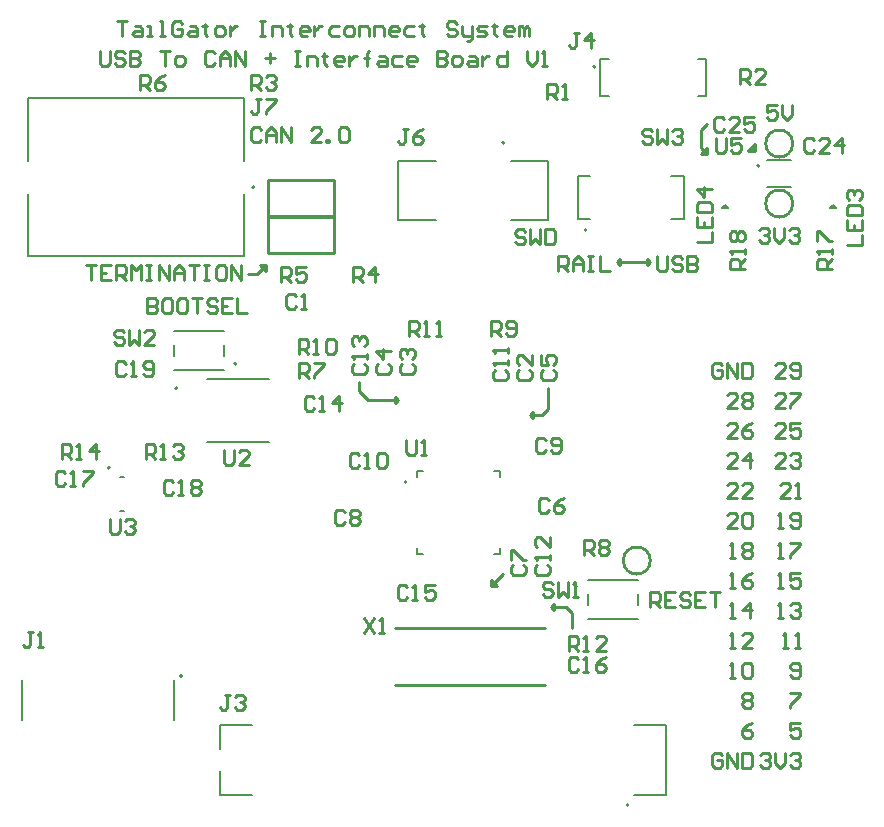
<source format=gto>
G04*
G04 #@! TF.GenerationSoftware,Altium Limited,Altium Designer,24.0.1 (36)*
G04*
G04 Layer_Color=65535*
%FSLAX44Y44*%
%MOMM*%
G71*
G04*
G04 #@! TF.SameCoordinates,4C79C2C8-5DE3-4804-94A9-F395A3FC2A11*
G04*
G04*
G04 #@! TF.FilePolarity,Positive*
G04*
G01*
G75*
%ADD10C,0.2000*%
%ADD11C,0.2540*%
%ADD12C,0.1270*%
%ADD13C,0.3048*%
D10*
X487200Y12800D02*
G03*
X487200Y12800I-1000J0D01*
G01*
X170290Y535950D02*
G03*
X170290Y535950I-1000J0D01*
G01*
X597930Y553870D02*
G03*
X597930Y553870I-1000J0D01*
G01*
X451550Y499550D02*
G03*
X451550Y499550I-1000J0D01*
G01*
X459000Y637650D02*
G03*
X459000Y637650I-1000J0D01*
G01*
X443710Y197690D02*
G03*
X443710Y197690I-1000J0D01*
G01*
X382000Y573590D02*
G03*
X382000Y573590I-1000J0D01*
G01*
X105060Y365760D02*
G03*
X105060Y365760I-1000J0D01*
G01*
X47850Y298300D02*
G03*
X47850Y298300I-1000J0D01*
G01*
X155190Y386510D02*
G03*
X155190Y386510I-1000J0D01*
G01*
X109100Y121950D02*
G03*
X109100Y121950I-1000J0D01*
G01*
X299150Y286350D02*
G03*
X299150Y286350I-1000J0D01*
G01*
X545500Y612850D02*
X552700D01*
Y644450D01*
X545500D02*
X552700D01*
X463300Y612850D02*
X470500D01*
X463300D02*
Y644450D01*
X470500D01*
X102450Y84450D02*
Y118750D01*
X-26250Y84450D02*
X-26250Y118750D01*
D11*
X626110Y521970D02*
G03*
X626110Y521970I-11430J0D01*
G01*
Y572770D02*
G03*
X626110Y572770I-11430J0D01*
G01*
X505460Y219710D02*
G03*
X505460Y219710I-11430J0D01*
G01*
X502920Y469900D02*
X505460Y472440D01*
X502920Y469900D02*
Y474980D01*
X505460Y472440D01*
X477520D02*
X505460D01*
X477520D02*
X480060Y469900D01*
Y474980D01*
X477520Y472440D02*
X480060Y474980D01*
X180340Y464820D02*
Y469900D01*
X175260D02*
X180340Y464820D01*
X175260Y469900D02*
X180340D01*
X172720Y462280D02*
X180340Y469900D01*
X165100Y462280D02*
X172720D01*
X548640Y563880D02*
X553720D01*
X548640D02*
X553720Y568960D01*
Y563880D02*
Y568960D01*
X548640D02*
X553720Y563880D01*
X548640Y568960D02*
Y584200D01*
X553720Y589280D01*
X421640Y180340D02*
X424180Y177800D01*
Y182880D01*
X421640Y180340D02*
X424180Y182880D01*
X421640Y180340D02*
X434340D01*
X439420Y175260D01*
Y162560D02*
Y175260D01*
X370840Y203200D02*
X375920Y198120D01*
X370840D02*
X375920D01*
X370840D02*
Y203200D01*
Y198120D02*
Y203200D01*
Y198120D02*
X381000Y208280D01*
X199390Y511810D02*
X237490D01*
Y542290D01*
X181610D02*
X237490D01*
X181610Y511810D02*
Y542290D01*
Y511810D02*
X199390D01*
X181610Y510540D02*
X219710Y510540D01*
X181610Y480060D02*
Y510540D01*
Y480060D02*
X237490D01*
X237490Y510540D01*
X219710Y510540D02*
X237490Y510540D01*
X352552Y114300D02*
X416052D01*
X289052D02*
X352552D01*
Y162560D02*
X416052D01*
X289052D02*
X352552D01*
X403860Y342900D02*
X406400Y340360D01*
Y345440D01*
X403860Y342900D02*
X406400Y345440D01*
X403860Y342900D02*
X414020D01*
X419100Y347980D01*
Y365760D01*
X289560Y353060D02*
X292100Y355600D01*
X289560Y353060D02*
Y358140D01*
X292100Y355600D01*
X266700D02*
X292100D01*
X259080Y363220D02*
X266700Y355600D01*
X259080Y363220D02*
Y370840D01*
X39220Y651508D02*
Y640928D01*
X41336Y638812D01*
X45568D01*
X47684Y640928D01*
Y651508D01*
X60380Y649392D02*
X58264Y651508D01*
X54032D01*
X51916Y649392D01*
Y647276D01*
X54032Y645160D01*
X58264D01*
X60380Y643044D01*
Y640928D01*
X58264Y638812D01*
X54032D01*
X51916Y640928D01*
X64612Y651508D02*
Y638812D01*
X70959D01*
X73075Y640928D01*
Y643044D01*
X70959Y645160D01*
X64612D01*
X70959D01*
X73075Y647276D01*
Y649392D01*
X70959Y651508D01*
X64612D01*
X90003D02*
X98467D01*
X94235D01*
Y638812D01*
X104815D02*
X109047D01*
X111163Y640928D01*
Y645160D01*
X109047Y647276D01*
X104815D01*
X102699Y645160D01*
Y640928D01*
X104815Y638812D01*
X136555Y649392D02*
X134439Y651508D01*
X130207D01*
X128091Y649392D01*
Y640928D01*
X130207Y638812D01*
X134439D01*
X136555Y640928D01*
X140787Y638812D02*
Y647276D01*
X145019Y651508D01*
X149251Y647276D01*
Y638812D01*
Y645160D01*
X140787D01*
X153483Y638812D02*
Y651508D01*
X161947Y638812D01*
Y651508D01*
X178874Y645160D02*
X187338D01*
X183106Y649392D02*
Y640928D01*
X204266Y651508D02*
X208498D01*
X206382D01*
Y638812D01*
X204266D01*
X208498D01*
X214846D02*
Y647276D01*
X221194D01*
X223310Y645160D01*
Y638812D01*
X229658Y649392D02*
Y647276D01*
X227542D01*
X231774D01*
X229658D01*
Y640928D01*
X231774Y638812D01*
X244470D02*
X240238D01*
X238122Y640928D01*
Y645160D01*
X240238Y647276D01*
X244470D01*
X246586Y645160D01*
Y643044D01*
X238122D01*
X250818Y647276D02*
Y638812D01*
Y643044D01*
X252934Y645160D01*
X255050Y647276D01*
X257166D01*
X265630Y638812D02*
Y649392D01*
Y645160D01*
X263514D01*
X267746D01*
X265630D01*
Y649392D01*
X267746Y651508D01*
X276210Y647276D02*
X280442D01*
X282558Y645160D01*
Y638812D01*
X276210D01*
X274094Y640928D01*
X276210Y643044D01*
X282558D01*
X295253Y647276D02*
X288906D01*
X286789Y645160D01*
Y640928D01*
X288906Y638812D01*
X295253D01*
X305833D02*
X301601D01*
X299485Y640928D01*
Y645160D01*
X301601Y647276D01*
X305833D01*
X307949Y645160D01*
Y643044D01*
X299485D01*
X324877Y651508D02*
Y638812D01*
X331225D01*
X333341Y640928D01*
Y643044D01*
X331225Y645160D01*
X324877D01*
X331225D01*
X333341Y647276D01*
Y649392D01*
X331225Y651508D01*
X324877D01*
X339689Y638812D02*
X343921D01*
X346037Y640928D01*
Y645160D01*
X343921Y647276D01*
X339689D01*
X337573Y645160D01*
Y640928D01*
X339689Y638812D01*
X352385Y647276D02*
X356617D01*
X358733Y645160D01*
Y638812D01*
X352385D01*
X350269Y640928D01*
X352385Y643044D01*
X358733D01*
X362965Y647276D02*
Y638812D01*
Y643044D01*
X365081Y645160D01*
X367197Y647276D01*
X369313D01*
X384125Y651508D02*
Y638812D01*
X377777D01*
X375661Y640928D01*
Y645160D01*
X377777Y647276D01*
X384125D01*
X401053Y651508D02*
Y643044D01*
X405284Y638812D01*
X409516Y643044D01*
Y651508D01*
X413748Y638812D02*
X417980D01*
X415864D01*
Y651508D01*
X413748Y649392D01*
X54032Y676484D02*
X62495D01*
X58264D01*
Y663788D01*
X68843Y672252D02*
X73075D01*
X75191Y670136D01*
Y663788D01*
X68843D01*
X66727Y665904D01*
X68843Y668020D01*
X75191D01*
X79423Y663788D02*
X83655D01*
X81539D01*
Y672252D01*
X79423D01*
X90003Y663788D02*
X94235D01*
X92119D01*
Y676484D01*
X90003D01*
X109047Y674368D02*
X106931Y676484D01*
X102699D01*
X100583Y674368D01*
Y665904D01*
X102699Y663788D01*
X106931D01*
X109047Y665904D01*
Y670136D01*
X104815D01*
X115395Y672252D02*
X119627D01*
X121743Y670136D01*
Y663788D01*
X115395D01*
X113279Y665904D01*
X115395Y668020D01*
X121743D01*
X128091Y674368D02*
Y672252D01*
X125975D01*
X130207D01*
X128091D01*
Y665904D01*
X130207Y663788D01*
X138671D02*
X142903D01*
X145019Y665904D01*
Y670136D01*
X142903Y672252D01*
X138671D01*
X136555Y670136D01*
Y665904D01*
X138671Y663788D01*
X149251Y672252D02*
Y663788D01*
Y668020D01*
X151367Y670136D01*
X153483Y672252D01*
X155599D01*
X174643Y676484D02*
X178874D01*
X176758D01*
Y663788D01*
X174643D01*
X178874D01*
X185222D02*
Y672252D01*
X191570D01*
X193686Y670136D01*
Y663788D01*
X200034Y674368D02*
Y672252D01*
X197918D01*
X202150D01*
X200034D01*
Y665904D01*
X202150Y663788D01*
X214846D02*
X210614D01*
X208498Y665904D01*
Y670136D01*
X210614Y672252D01*
X214846D01*
X216962Y670136D01*
Y668020D01*
X208498D01*
X221194Y672252D02*
Y663788D01*
Y668020D01*
X223310Y670136D01*
X225426Y672252D01*
X227542D01*
X242354D02*
X236006D01*
X233890Y670136D01*
Y665904D01*
X236006Y663788D01*
X242354D01*
X248702D02*
X252934D01*
X255050Y665904D01*
Y670136D01*
X252934Y672252D01*
X248702D01*
X246586Y670136D01*
Y665904D01*
X248702Y663788D01*
X259282D02*
Y672252D01*
X265630D01*
X267746Y670136D01*
Y663788D01*
X271978D02*
Y672252D01*
X278326D01*
X280442Y670136D01*
Y663788D01*
X291021D02*
X286789D01*
X284674Y665904D01*
Y670136D01*
X286789Y672252D01*
X291021D01*
X293137Y670136D01*
Y668020D01*
X284674D01*
X305833Y672252D02*
X299485D01*
X297369Y670136D01*
Y665904D01*
X299485Y663788D01*
X305833D01*
X312181Y674368D02*
Y672252D01*
X310065D01*
X314297D01*
X312181D01*
Y665904D01*
X314297Y663788D01*
X341805Y674368D02*
X339689Y676484D01*
X335457D01*
X333341Y674368D01*
Y672252D01*
X335457Y670136D01*
X339689D01*
X341805Y668020D01*
Y665904D01*
X339689Y663788D01*
X335457D01*
X333341Y665904D01*
X346037Y672252D02*
Y665904D01*
X348153Y663788D01*
X354501D01*
Y661672D01*
X352385Y659556D01*
X350269D01*
X354501Y663788D02*
Y672252D01*
X358733Y663788D02*
X365081D01*
X367197Y665904D01*
X365081Y668020D01*
X360849D01*
X358733Y670136D01*
X360849Y672252D01*
X367197D01*
X373545Y674368D02*
Y672252D01*
X371429D01*
X375661D01*
X373545D01*
Y665904D01*
X375661Y663788D01*
X388357D02*
X384125D01*
X382009Y665904D01*
Y670136D01*
X384125Y672252D01*
X388357D01*
X390473Y670136D01*
Y668020D01*
X382009D01*
X394705Y663788D02*
Y672252D01*
X396820D01*
X398937Y670136D01*
Y663788D01*
Y670136D01*
X401053Y672252D01*
X403168Y670136D01*
Y663788D01*
X27940Y469900D02*
X36404D01*
X32172D01*
Y457204D01*
X49100Y469900D02*
X40636D01*
Y457204D01*
X49100D01*
X40636Y463552D02*
X44868D01*
X53332Y457204D02*
Y469900D01*
X59680D01*
X61796Y467784D01*
Y463552D01*
X59680Y461436D01*
X53332D01*
X57564D02*
X61796Y457204D01*
X66028D02*
Y469900D01*
X70260Y465668D01*
X74492Y469900D01*
Y457204D01*
X78724Y469900D02*
X82956D01*
X80840D01*
Y457204D01*
X78724D01*
X82956D01*
X89304D02*
Y469900D01*
X97767Y457204D01*
Y469900D01*
X101999Y457204D02*
Y465668D01*
X106231Y469900D01*
X110463Y465668D01*
Y457204D01*
Y463552D01*
X101999D01*
X114695Y469900D02*
X123159D01*
X118927D01*
Y457204D01*
X127391Y469900D02*
X131623D01*
X129507D01*
Y457204D01*
X127391D01*
X131623D01*
X144319Y469900D02*
X140087D01*
X137971Y467784D01*
Y459320D01*
X140087Y457204D01*
X144319D01*
X146435Y459320D01*
Y467784D01*
X144319Y469900D01*
X150667Y457204D02*
Y469900D01*
X159131Y457204D01*
Y469900D01*
X176104Y584624D02*
X173988Y586740D01*
X169756D01*
X167640Y584624D01*
Y576160D01*
X169756Y574044D01*
X173988D01*
X176104Y576160D01*
X180336Y574044D02*
Y582508D01*
X184568Y586740D01*
X188800Y582508D01*
Y574044D01*
Y580392D01*
X180336D01*
X193032Y574044D02*
Y586740D01*
X201496Y574044D01*
Y586740D01*
X226887Y574044D02*
X218424D01*
X226887Y582508D01*
Y584624D01*
X224771Y586740D01*
X220539D01*
X218424Y584624D01*
X231119Y574044D02*
Y576160D01*
X233235D01*
Y574044D01*
X231119D01*
X241699Y584624D02*
X243815Y586740D01*
X248047D01*
X250163Y584624D01*
Y576160D01*
X248047Y574044D01*
X243815D01*
X241699Y576160D01*
Y584624D01*
X617648Y146052D02*
X621880D01*
X619764D01*
Y158748D01*
X617648Y156632D01*
X628228Y146052D02*
X632460D01*
X630344D01*
Y158748D01*
X628228Y156632D01*
X566428Y55032D02*
X564312Y57148D01*
X560080D01*
X557964Y55032D01*
Y46568D01*
X560080Y44452D01*
X564312D01*
X566428Y46568D01*
Y50800D01*
X562196D01*
X570660Y44452D02*
Y57148D01*
X579124Y44452D01*
Y57148D01*
X583356D02*
Y44452D01*
X589704D01*
X591820Y46568D01*
Y55032D01*
X589704Y57148D01*
X583356D01*
X623996Y122768D02*
X626112Y120652D01*
X630344D01*
X632460Y122768D01*
Y131232D01*
X630344Y133348D01*
X626112D01*
X623996Y131232D01*
Y129116D01*
X626112Y127000D01*
X632460D01*
X583356Y105832D02*
X585472Y107948D01*
X589704D01*
X591820Y105832D01*
Y103716D01*
X589704Y101600D01*
X591820Y99484D01*
Y97368D01*
X589704Y95252D01*
X585472D01*
X583356Y97368D01*
Y99484D01*
X585472Y101600D01*
X583356Y103716D01*
Y105832D01*
X585472Y101600D02*
X589704D01*
X572776Y120652D02*
X577008D01*
X574892D01*
Y133348D01*
X572776Y131232D01*
X583356D02*
X585472Y133348D01*
X589704D01*
X591820Y131232D01*
Y122768D01*
X589704Y120652D01*
X585472D01*
X583356Y122768D01*
Y131232D01*
X632460Y82548D02*
X623996D01*
Y76200D01*
X628228Y78316D01*
X630344D01*
X632460Y76200D01*
Y71968D01*
X630344Y69852D01*
X626112D01*
X623996Y71968D01*
X591820Y82548D02*
X587588Y80432D01*
X583356Y76200D01*
Y71968D01*
X585472Y69852D01*
X589704D01*
X591820Y71968D01*
Y74084D01*
X589704Y76200D01*
X583356D01*
X623996Y107948D02*
X632460D01*
Y105832D01*
X623996Y97368D01*
Y95252D01*
X613416Y171452D02*
X617648D01*
X615532D01*
Y184148D01*
X613416Y182032D01*
X623996D02*
X626112Y184148D01*
X630344D01*
X632460Y182032D01*
Y179916D01*
X630344Y177800D01*
X628228D01*
X630344D01*
X632460Y175684D01*
Y173568D01*
X630344Y171452D01*
X626112D01*
X623996Y173568D01*
X579124Y247652D02*
X570660D01*
X579124Y256116D01*
Y258232D01*
X577008Y260348D01*
X572776D01*
X570660Y258232D01*
X583356D02*
X585472Y260348D01*
X589704D01*
X591820Y258232D01*
Y249768D01*
X589704Y247652D01*
X585472D01*
X583356Y249768D01*
Y258232D01*
X613416Y222252D02*
X617648D01*
X615532D01*
Y234948D01*
X613416Y232832D01*
X623996Y234948D02*
X632460D01*
Y232832D01*
X623996Y224368D01*
Y222252D01*
X613416Y247652D02*
X617648D01*
X615532D01*
Y260348D01*
X613416Y258232D01*
X623996Y249768D02*
X626112Y247652D01*
X630344D01*
X632460Y249768D01*
Y258232D01*
X630344Y260348D01*
X626112D01*
X623996Y258232D01*
Y256116D01*
X626112Y254000D01*
X632460D01*
X613416Y196852D02*
X617648D01*
X615532D01*
Y209548D01*
X613416Y207432D01*
X632460Y209548D02*
X623996D01*
Y203200D01*
X628228Y205316D01*
X630344D01*
X632460Y203200D01*
Y198968D01*
X630344Y196852D01*
X626112D01*
X623996Y198968D01*
X572776Y196852D02*
X577008D01*
X574892D01*
Y209548D01*
X572776Y207432D01*
X591820Y209548D02*
X587588Y207432D01*
X583356Y203200D01*
Y198968D01*
X585472Y196852D01*
X589704D01*
X591820Y198968D01*
Y201084D01*
X589704Y203200D01*
X583356D01*
X572776Y171452D02*
X577008D01*
X574892D01*
Y184148D01*
X572776Y182032D01*
X589704Y171452D02*
Y184148D01*
X583356Y177800D01*
X591820D01*
X572776Y222252D02*
X577008D01*
X574892D01*
Y234948D01*
X572776Y232832D01*
X583356D02*
X585472Y234948D01*
X589704D01*
X591820Y232832D01*
Y230716D01*
X589704Y228600D01*
X591820Y226484D01*
Y224368D01*
X589704Y222252D01*
X585472D01*
X583356Y224368D01*
Y226484D01*
X585472Y228600D01*
X583356Y230716D01*
Y232832D01*
X585472Y228600D02*
X589704D01*
X572776Y146052D02*
X577008D01*
X574892D01*
Y158748D01*
X572776Y156632D01*
X591820Y146052D02*
X583356D01*
X591820Y154516D01*
Y156632D01*
X589704Y158748D01*
X585472D01*
X583356Y156632D01*
X579124Y323852D02*
X570660D01*
X579124Y332316D01*
Y334432D01*
X577008Y336548D01*
X572776D01*
X570660Y334432D01*
X591820Y336548D02*
X587588Y334432D01*
X583356Y330200D01*
Y325968D01*
X585472Y323852D01*
X589704D01*
X591820Y325968D01*
Y328084D01*
X589704Y330200D01*
X583356D01*
X579124Y349252D02*
X570660D01*
X579124Y357716D01*
Y359832D01*
X577008Y361948D01*
X572776D01*
X570660Y359832D01*
X583356D02*
X585472Y361948D01*
X589704D01*
X591820Y359832D01*
Y357716D01*
X589704Y355600D01*
X591820Y353484D01*
Y351368D01*
X589704Y349252D01*
X585472D01*
X583356Y351368D01*
Y353484D01*
X585472Y355600D01*
X583356Y357716D01*
Y359832D01*
X585472Y355600D02*
X589704D01*
X619764Y323852D02*
X611300D01*
X619764Y332316D01*
Y334432D01*
X617648Y336548D01*
X613416D01*
X611300Y334432D01*
X632460Y336548D02*
X623996D01*
Y330200D01*
X628228Y332316D01*
X630344D01*
X632460Y330200D01*
Y325968D01*
X630344Y323852D01*
X626112D01*
X623996Y325968D01*
X619764Y374652D02*
X611300D01*
X619764Y383116D01*
Y385232D01*
X617648Y387348D01*
X613416D01*
X611300Y385232D01*
X623996Y376768D02*
X626112Y374652D01*
X630344D01*
X632460Y376768D01*
Y385232D01*
X630344Y387348D01*
X626112D01*
X623996Y385232D01*
Y383116D01*
X626112Y381000D01*
X632460D01*
X619764Y298452D02*
X611300D01*
X619764Y306916D01*
Y309032D01*
X617648Y311148D01*
X613416D01*
X611300Y309032D01*
X623996D02*
X626112Y311148D01*
X630344D01*
X632460Y309032D01*
Y306916D01*
X630344Y304800D01*
X628228D01*
X630344D01*
X632460Y302684D01*
Y300568D01*
X630344Y298452D01*
X626112D01*
X623996Y300568D01*
X579124Y298452D02*
X570660D01*
X579124Y306916D01*
Y309032D01*
X577008Y311148D01*
X572776D01*
X570660Y309032D01*
X589704Y298452D02*
Y311148D01*
X583356Y304800D01*
X591820D01*
X579124Y273052D02*
X570660D01*
X579124Y281516D01*
Y283632D01*
X577008Y285748D01*
X572776D01*
X570660Y283632D01*
X591820Y273052D02*
X583356D01*
X591820Y281516D01*
Y283632D01*
X589704Y285748D01*
X585472D01*
X583356Y283632D01*
X623996Y273052D02*
X615532D01*
X623996Y281516D01*
Y283632D01*
X621880Y285748D01*
X617648D01*
X615532Y283632D01*
X628228Y273052D02*
X632460D01*
X630344D01*
Y285748D01*
X628228Y283632D01*
X566428Y385232D02*
X564312Y387348D01*
X560080D01*
X557964Y385232D01*
Y376768D01*
X560080Y374652D01*
X564312D01*
X566428Y376768D01*
Y381000D01*
X562196D01*
X570660Y374652D02*
Y387348D01*
X579124Y374652D01*
Y387348D01*
X583356D02*
Y374652D01*
X589704D01*
X591820Y376768D01*
Y385232D01*
X589704Y387348D01*
X583356D01*
X619764Y349252D02*
X611300D01*
X619764Y357716D01*
Y359832D01*
X617648Y361948D01*
X613416D01*
X611300Y359832D01*
X623996Y361948D02*
X632460D01*
Y359832D01*
X623996Y351368D01*
Y349252D01*
X598604Y55032D02*
X600720Y57148D01*
X604952D01*
X607068Y55032D01*
Y52916D01*
X604952Y50800D01*
X602836D01*
X604952D01*
X607068Y48684D01*
Y46568D01*
X604952Y44452D01*
X600720D01*
X598604Y46568D01*
X611300Y57148D02*
Y48684D01*
X615532Y44452D01*
X619764Y48684D01*
Y57148D01*
X623996Y55032D02*
X626112Y57148D01*
X630344D01*
X632460Y55032D01*
Y52916D01*
X630344Y50800D01*
X628228D01*
X630344D01*
X632460Y48684D01*
Y46568D01*
X630344Y44452D01*
X626112D01*
X623996Y46568D01*
X597752Y499532D02*
X599868Y501648D01*
X604100D01*
X606216Y499532D01*
Y497416D01*
X604100Y495300D01*
X601984D01*
X604100D01*
X606216Y493184D01*
Y491068D01*
X604100Y488952D01*
X599868D01*
X597752Y491068D01*
X610448Y501648D02*
Y493184D01*
X614680Y488952D01*
X618912Y493184D01*
Y501648D01*
X623144Y499532D02*
X625260Y501648D01*
X629492D01*
X631608Y499532D01*
Y497416D01*
X629492Y495300D01*
X627376D01*
X629492D01*
X631608Y493184D01*
Y491068D01*
X629492Y488952D01*
X625260D01*
X623144Y491068D01*
X612564Y605788D02*
X604100D01*
Y599440D01*
X608332Y601556D01*
X610448D01*
X612564Y599440D01*
Y595208D01*
X610448Y593092D01*
X606216D01*
X604100Y595208D01*
X616796Y605788D02*
Y597324D01*
X621028Y593092D01*
X625260Y597324D01*
Y605788D01*
X399624Y498264D02*
X397508Y500380D01*
X393276D01*
X391160Y498264D01*
Y496148D01*
X393276Y494032D01*
X397508D01*
X399624Y491916D01*
Y489800D01*
X397508Y487684D01*
X393276D01*
X391160Y489800D01*
X403856Y500380D02*
Y487684D01*
X408088Y491916D01*
X412320Y487684D01*
Y500380D01*
X416552D02*
Y487684D01*
X422900D01*
X425016Y489800D01*
Y498264D01*
X422900Y500380D01*
X416552D01*
X511392Y477520D02*
Y466940D01*
X513508Y464824D01*
X517740D01*
X519856Y466940D01*
Y477520D01*
X532552Y475404D02*
X530436Y477520D01*
X526204D01*
X524088Y475404D01*
Y473288D01*
X526204Y471172D01*
X530436D01*
X532552Y469056D01*
Y466940D01*
X530436Y464824D01*
X526204D01*
X524088Y466940D01*
X536784Y477520D02*
Y464824D01*
X543132D01*
X545248Y466940D01*
Y469056D01*
X543132Y471172D01*
X536784D01*
X543132D01*
X545248Y473288D01*
Y475404D01*
X543132Y477520D01*
X536784D01*
X427362Y464824D02*
Y477520D01*
X433710D01*
X435826Y475404D01*
Y471172D01*
X433710Y469056D01*
X427362D01*
X431594D02*
X435826Y464824D01*
X440058D02*
Y473288D01*
X444290Y477520D01*
X448522Y473288D01*
Y464824D01*
Y471172D01*
X440058D01*
X452754Y477520D02*
X456986D01*
X454870D01*
Y464824D01*
X452754D01*
X456986D01*
X463334Y477520D02*
Y464824D01*
X471798D01*
X505460Y180340D02*
Y193036D01*
X511808D01*
X513924Y190920D01*
Y186688D01*
X511808Y184572D01*
X505460D01*
X509692D02*
X513924Y180340D01*
X526620Y193036D02*
X518156D01*
Y180340D01*
X526620D01*
X518156Y186688D02*
X522388D01*
X539316Y190920D02*
X537200Y193036D01*
X532968D01*
X530852Y190920D01*
Y188804D01*
X532968Y186688D01*
X537200D01*
X539316Y184572D01*
Y182456D01*
X537200Y180340D01*
X532968D01*
X530852Y182456D01*
X552012Y193036D02*
X543548D01*
Y180340D01*
X552012D01*
X543548Y186688D02*
X547780D01*
X556244Y193036D02*
X564707D01*
X560476D01*
Y180340D01*
X79600Y441956D02*
Y429260D01*
X85948D01*
X88064Y431376D01*
Y433492D01*
X85948Y435608D01*
X79600D01*
X85948D01*
X88064Y437724D01*
Y439840D01*
X85948Y441956D01*
X79600D01*
X98644D02*
X94412D01*
X92296Y439840D01*
Y431376D01*
X94412Y429260D01*
X98644D01*
X100760Y431376D01*
Y439840D01*
X98644Y441956D01*
X111340D02*
X107108D01*
X104992Y439840D01*
Y431376D01*
X107108Y429260D01*
X111340D01*
X113456Y431376D01*
Y439840D01*
X111340Y441956D01*
X117688D02*
X126152D01*
X121920D01*
Y429260D01*
X138848Y439840D02*
X136732Y441956D01*
X132500D01*
X130384Y439840D01*
Y437724D01*
X132500Y435608D01*
X136732D01*
X138848Y433492D01*
Y431376D01*
X136732Y429260D01*
X132500D01*
X130384Y431376D01*
X151544Y441956D02*
X143080D01*
Y429260D01*
X151544D01*
X143080Y435608D02*
X147312D01*
X155776Y441956D02*
Y429260D01*
X164240D01*
X149434Y105914D02*
X145202D01*
X147318D01*
Y95334D01*
X145202Y93218D01*
X143086D01*
X140970Y95334D01*
X153666Y103798D02*
X155782Y105914D01*
X160014D01*
X162130Y103798D01*
Y101682D01*
X160014Y99566D01*
X157898D01*
X160014D01*
X162130Y97450D01*
Y95334D01*
X160014Y93218D01*
X155782D01*
X153666Y95334D01*
X-17190Y159000D02*
X-21422D01*
X-19306D01*
Y148420D01*
X-21422Y146304D01*
X-23538D01*
X-25654Y148420D01*
X-12958Y146304D02*
X-8726D01*
X-10842D01*
Y159000D01*
X-12958Y156884D01*
X263316Y171448D02*
X271780Y158752D01*
Y171448D02*
X263316Y158752D01*
X276012D02*
X280244D01*
X278128D01*
Y171448D01*
X276012Y169332D01*
X560920Y577848D02*
Y567268D01*
X563036Y565152D01*
X567268D01*
X569384Y567268D01*
Y577848D01*
X582080D02*
X573616D01*
Y571500D01*
X577848Y573616D01*
X579964D01*
X582080Y571500D01*
Y567268D01*
X579964Y565152D01*
X575732D01*
X573616Y567268D01*
X47840Y255268D02*
Y244688D01*
X49956Y242572D01*
X54188D01*
X56304Y244688D01*
Y255268D01*
X60536Y253152D02*
X62652Y255268D01*
X66884D01*
X69000Y253152D01*
Y251036D01*
X66884Y248920D01*
X64768D01*
X66884D01*
X69000Y246804D01*
Y244688D01*
X66884Y242572D01*
X62652D01*
X60536Y244688D01*
X144360Y313688D02*
Y303108D01*
X146476Y300992D01*
X150708D01*
X152824Y303108D01*
Y313688D01*
X165520Y300992D02*
X157056D01*
X165520Y309456D01*
Y311572D01*
X163404Y313688D01*
X159172D01*
X157056Y311572D01*
X298704Y322068D02*
Y311488D01*
X300820Y309372D01*
X305052D01*
X307168Y311488D01*
Y322068D01*
X311400Y309372D02*
X315632D01*
X313516D01*
Y322068D01*
X311400Y319952D01*
X60116Y413172D02*
X58000Y415288D01*
X53768D01*
X51652Y413172D01*
Y411056D01*
X53768Y408940D01*
X58000D01*
X60116Y406824D01*
Y404708D01*
X58000Y402592D01*
X53768D01*
X51652Y404708D01*
X64348Y415288D02*
Y402592D01*
X68580Y406824D01*
X72812Y402592D01*
Y415288D01*
X85508Y402592D02*
X77044D01*
X85508Y411056D01*
Y413172D01*
X83392Y415288D01*
X79160D01*
X77044Y413172D01*
X422912Y199812D02*
X420796Y201928D01*
X416564D01*
X414448Y199812D01*
Y197696D01*
X416564Y195580D01*
X420796D01*
X422912Y193464D01*
Y191348D01*
X420796Y189232D01*
X416564D01*
X414448Y191348D01*
X427144Y201928D02*
Y189232D01*
X431376Y193464D01*
X435608Y189232D01*
Y201928D01*
X439840Y189232D02*
X444072D01*
X441956D01*
Y201928D01*
X439840Y199812D01*
X585468Y466730D02*
X572772D01*
Y473078D01*
X574888Y475194D01*
X579120D01*
X581236Y473078D01*
Y466730D01*
Y470962D02*
X585468Y475194D01*
Y479426D02*
Y483658D01*
Y481542D01*
X572772D01*
X574888Y479426D01*
Y490006D02*
X572772Y492122D01*
Y496354D01*
X574888Y498470D01*
X577004D01*
X579120Y496354D01*
X581236Y498470D01*
X583352D01*
X585468Y496354D01*
Y492122D01*
X583352Y490006D01*
X581236D01*
X579120Y492122D01*
X577004Y490006D01*
X574888D01*
X579120Y492122D02*
Y496354D01*
X659128Y466730D02*
X646432D01*
Y473078D01*
X648548Y475194D01*
X652780D01*
X654896Y473078D01*
Y466730D01*
Y470962D02*
X659128Y475194D01*
Y479426D02*
Y483658D01*
Y481542D01*
X646432D01*
X648548Y479426D01*
X646432Y490006D02*
Y498470D01*
X648548D01*
X657012Y490006D01*
X659128D01*
X6990Y306072D02*
Y318768D01*
X13338D01*
X15454Y316652D01*
Y312420D01*
X13338Y310304D01*
X6990D01*
X11222D02*
X15454Y306072D01*
X19686D02*
X23918D01*
X21802D01*
Y318768D01*
X19686Y316652D01*
X36614Y306072D02*
Y318768D01*
X30266Y312420D01*
X38730D01*
X78110Y306072D02*
Y318768D01*
X84458D01*
X86574Y316652D01*
Y312420D01*
X84458Y310304D01*
X78110D01*
X82342D02*
X86574Y306072D01*
X90806D02*
X95038D01*
X92922D01*
Y318768D01*
X90806Y316652D01*
X101386D02*
X103502Y318768D01*
X107734D01*
X109850Y316652D01*
Y314536D01*
X107734Y312420D01*
X105618D01*
X107734D01*
X109850Y310304D01*
Y308188D01*
X107734Y306072D01*
X103502D01*
X101386Y308188D01*
X436250Y143512D02*
Y156208D01*
X442598D01*
X444714Y154092D01*
Y149860D01*
X442598Y147744D01*
X436250D01*
X440482D02*
X444714Y143512D01*
X448946D02*
X453178D01*
X451062D01*
Y156208D01*
X448946Y154092D01*
X467990Y143512D02*
X459526D01*
X467990Y151976D01*
Y154092D01*
X465874Y156208D01*
X461642D01*
X459526Y154092D01*
X301206Y410212D02*
Y422908D01*
X307554D01*
X309670Y420792D01*
Y416560D01*
X307554Y414444D01*
X301206D01*
X305438D02*
X309670Y410212D01*
X313902D02*
X318134D01*
X316018D01*
Y422908D01*
X313902Y420792D01*
X324482Y410212D02*
X328714D01*
X326598D01*
Y422908D01*
X324482Y420792D01*
X207650Y394972D02*
Y407668D01*
X213998D01*
X216114Y405552D01*
Y401320D01*
X213998Y399204D01*
X207650D01*
X211882D02*
X216114Y394972D01*
X220346D02*
X224578D01*
X222462D01*
Y407668D01*
X220346Y405552D01*
X230926D02*
X233042Y407668D01*
X237274D01*
X239390Y405552D01*
Y397088D01*
X237274Y394972D01*
X233042D01*
X230926Y397088D01*
Y405552D01*
X370420Y410212D02*
Y422908D01*
X376768D01*
X378884Y420792D01*
Y416560D01*
X376768Y414444D01*
X370420D01*
X374652D02*
X378884Y410212D01*
X383116Y412328D02*
X385232Y410212D01*
X389464D01*
X391580Y412328D01*
Y420792D01*
X389464Y422908D01*
X385232D01*
X383116Y420792D01*
Y418676D01*
X385232Y416560D01*
X391580D01*
X449160Y224792D02*
Y237488D01*
X455508D01*
X457624Y235372D01*
Y231140D01*
X455508Y229024D01*
X449160D01*
X453392D02*
X457624Y224792D01*
X461856Y235372D02*
X463972Y237488D01*
X468204D01*
X470320Y235372D01*
Y233256D01*
X468204Y231140D01*
X470320Y229024D01*
Y226908D01*
X468204Y224792D01*
X463972D01*
X461856Y226908D01*
Y229024D01*
X463972Y231140D01*
X461856Y233256D01*
Y235372D01*
X463972Y231140D02*
X468204D01*
X207860Y374652D02*
Y387348D01*
X214208D01*
X216324Y385232D01*
Y381000D01*
X214208Y378884D01*
X207860D01*
X212092D02*
X216324Y374652D01*
X220556Y387348D02*
X229020D01*
Y385232D01*
X220556Y376768D01*
Y374652D01*
X73240Y618492D02*
Y631188D01*
X79588D01*
X81704Y629072D01*
Y624840D01*
X79588Y622724D01*
X73240D01*
X77472D02*
X81704Y618492D01*
X94400Y631188D02*
X90168Y629072D01*
X85936Y624840D01*
Y620608D01*
X88052Y618492D01*
X92284D01*
X94400Y620608D01*
Y622724D01*
X92284Y624840D01*
X85936D01*
X192620Y455932D02*
Y468628D01*
X198968D01*
X201084Y466512D01*
Y462280D01*
X198968Y460164D01*
X192620D01*
X196852D02*
X201084Y455932D01*
X213780Y468628D02*
X205316D01*
Y462280D01*
X209548Y464396D01*
X211664D01*
X213780Y462280D01*
Y458048D01*
X211664Y455932D01*
X207432D01*
X205316Y458048D01*
X253580Y455932D02*
Y468628D01*
X259928D01*
X262044Y466512D01*
Y462280D01*
X259928Y460164D01*
X253580D01*
X257812D02*
X262044Y455932D01*
X272624D02*
Y468628D01*
X266276Y462280D01*
X274740D01*
X167220Y618492D02*
Y631188D01*
X173568D01*
X175684Y629072D01*
Y624840D01*
X173568Y622724D01*
X167220D01*
X171452D02*
X175684Y618492D01*
X179916Y629072D02*
X182032Y631188D01*
X186264D01*
X188380Y629072D01*
Y626956D01*
X186264Y624840D01*
X184148D01*
X186264D01*
X188380Y622724D01*
Y620608D01*
X186264Y618492D01*
X182032D01*
X179916Y620608D01*
X581240Y623572D02*
Y636268D01*
X587588D01*
X589704Y634152D01*
Y629920D01*
X587588Y627804D01*
X581240D01*
X585472D02*
X589704Y623572D01*
X602400D02*
X593936D01*
X602400Y632036D01*
Y634152D01*
X600284Y636268D01*
X596052D01*
X593936Y634152D01*
X418256Y610872D02*
Y623568D01*
X424604D01*
X426720Y621452D01*
Y617220D01*
X424604Y615104D01*
X418256D01*
X422488D02*
X426720Y610872D01*
X430952D02*
X435184D01*
X433068D01*
Y623568D01*
X430952Y621452D01*
X544832Y489804D02*
X557528D01*
Y498268D01*
X544832Y510964D02*
Y502500D01*
X557528D01*
Y510964D01*
X551180Y502500D02*
Y506732D01*
X544832Y515196D02*
X557528D01*
Y521544D01*
X555412Y523660D01*
X546948D01*
X544832Y521544D01*
Y515196D01*
X557528Y534240D02*
X544832D01*
X551180Y527892D01*
Y536356D01*
X671832Y487264D02*
X684528D01*
Y495728D01*
X671832Y508424D02*
Y499960D01*
X684528D01*
Y508424D01*
X678180Y499960D02*
Y504192D01*
X671832Y512656D02*
X684528D01*
Y519004D01*
X682412Y521120D01*
X673948D01*
X671832Y519004D01*
Y512656D01*
X673948Y525352D02*
X671832Y527468D01*
Y531700D01*
X673948Y533816D01*
X676064D01*
X678180Y531700D01*
Y529584D01*
Y531700D01*
X680296Y533816D01*
X682412D01*
X684528Y531700D01*
Y527468D01*
X682412Y525352D01*
X568116Y593512D02*
X566000Y595628D01*
X561768D01*
X559652Y593512D01*
Y585048D01*
X561768Y582932D01*
X566000D01*
X568116Y585048D01*
X580812Y582932D02*
X572348D01*
X580812Y591396D01*
Y593512D01*
X578696Y595628D01*
X574464D01*
X572348Y593512D01*
X593508Y595628D02*
X585044D01*
Y589280D01*
X589276Y591396D01*
X591392D01*
X593508Y589280D01*
Y585048D01*
X591392Y582932D01*
X587160D01*
X585044Y585048D01*
X644316Y575732D02*
X642200Y577848D01*
X637968D01*
X635852Y575732D01*
Y567268D01*
X637968Y565152D01*
X642200D01*
X644316Y567268D01*
X657012Y565152D02*
X648548D01*
X657012Y573616D01*
Y575732D01*
X654896Y577848D01*
X650664D01*
X648548Y575732D01*
X667592Y565152D02*
Y577848D01*
X661244Y571500D01*
X669708D01*
X61550Y386246D02*
X59434Y388362D01*
X55202D01*
X53086Y386246D01*
Y377782D01*
X55202Y375666D01*
X59434D01*
X61550Y377782D01*
X65782Y375666D02*
X70014D01*
X67898D01*
Y388362D01*
X65782Y386246D01*
X76362Y377782D02*
X78478Y375666D01*
X82710D01*
X84826Y377782D01*
Y386246D01*
X82710Y388362D01*
X78478D01*
X76362Y386246D01*
Y384130D01*
X78478Y382014D01*
X84826D01*
X101814Y286172D02*
X99698Y288288D01*
X95466D01*
X93350Y286172D01*
Y277708D01*
X95466Y275592D01*
X99698D01*
X101814Y277708D01*
X106046Y275592D02*
X110278D01*
X108162D01*
Y288288D01*
X106046Y286172D01*
X116626D02*
X118742Y288288D01*
X122974D01*
X125090Y286172D01*
Y284056D01*
X122974Y281940D01*
X125090Y279824D01*
Y277708D01*
X122974Y275592D01*
X118742D01*
X116626Y277708D01*
Y279824D01*
X118742Y281940D01*
X116626Y284056D01*
Y286172D01*
X118742Y281940D02*
X122974D01*
X10374Y293792D02*
X8258Y295908D01*
X4026D01*
X1910Y293792D01*
Y285328D01*
X4026Y283212D01*
X8258D01*
X10374Y285328D01*
X14606Y283212D02*
X18838D01*
X16722D01*
Y295908D01*
X14606Y293792D01*
X25186Y295908D02*
X33650D01*
Y293792D01*
X25186Y285328D01*
Y283212D01*
X444714Y136312D02*
X442598Y138428D01*
X438366D01*
X436250Y136312D01*
Y127848D01*
X438366Y125732D01*
X442598D01*
X444714Y127848D01*
X448946Y125732D02*
X453178D01*
X451062D01*
Y138428D01*
X448946Y136312D01*
X467990Y138428D02*
X463758Y136312D01*
X459526Y132080D01*
Y127848D01*
X461642Y125732D01*
X465874D01*
X467990Y127848D01*
Y129964D01*
X465874Y132080D01*
X459526D01*
X299934Y197272D02*
X297818Y199388D01*
X293586D01*
X291470Y197272D01*
Y188808D01*
X293586Y186692D01*
X297818D01*
X299934Y188808D01*
X304166Y186692D02*
X308398D01*
X306282D01*
Y199388D01*
X304166Y197272D01*
X323210Y199388D02*
X314746D01*
Y193040D01*
X318978Y195156D01*
X321094D01*
X323210Y193040D01*
Y188808D01*
X321094Y186692D01*
X316862D01*
X314746Y188808D01*
X221194Y357292D02*
X219078Y359408D01*
X214846D01*
X212730Y357292D01*
Y348828D01*
X214846Y346712D01*
X219078D01*
X221194Y348828D01*
X225426Y346712D02*
X229658D01*
X227542D01*
Y359408D01*
X225426Y357292D01*
X242354Y346712D02*
Y359408D01*
X236006Y353060D01*
X244470D01*
X254848Y386294D02*
X252732Y384178D01*
Y379946D01*
X254848Y377830D01*
X263312D01*
X265428Y379946D01*
Y384178D01*
X263312Y386294D01*
X265428Y390526D02*
Y394758D01*
Y392642D01*
X252732D01*
X254848Y390526D01*
Y401106D02*
X252732Y403222D01*
Y407454D01*
X254848Y409570D01*
X256964D01*
X259080Y407454D01*
Y405338D01*
Y407454D01*
X261196Y409570D01*
X263312D01*
X265428Y407454D01*
Y403222D01*
X263312Y401106D01*
X409788Y216114D02*
X407672Y213998D01*
Y209766D01*
X409788Y207650D01*
X418252D01*
X420368Y209766D01*
Y213998D01*
X418252Y216114D01*
X420368Y220346D02*
Y224578D01*
Y222462D01*
X407672D01*
X409788Y220346D01*
X420368Y239390D02*
Y230926D01*
X411904Y239390D01*
X409788D01*
X407672Y237274D01*
Y233042D01*
X409788Y230926D01*
X374228Y380790D02*
X372112Y378674D01*
Y374442D01*
X374228Y372326D01*
X382692D01*
X384808Y374442D01*
Y378674D01*
X382692Y380790D01*
X384808Y385022D02*
Y389254D01*
Y387138D01*
X372112D01*
X374228Y385022D01*
X384808Y395602D02*
Y399834D01*
Y397718D01*
X372112D01*
X374228Y395602D01*
X259294Y309032D02*
X257178Y311148D01*
X252946D01*
X250830Y309032D01*
Y300568D01*
X252946Y298452D01*
X257178D01*
X259294Y300568D01*
X263526Y298452D02*
X267758D01*
X265642D01*
Y311148D01*
X263526Y309032D01*
X274106D02*
X276222Y311148D01*
X280454D01*
X282570Y309032D01*
Y300568D01*
X280454Y298452D01*
X276222D01*
X274106Y300568D01*
Y309032D01*
X416984Y321732D02*
X414868Y323848D01*
X410636D01*
X408520Y321732D01*
Y313268D01*
X410636Y311152D01*
X414868D01*
X416984Y313268D01*
X421216D02*
X423332Y311152D01*
X427564D01*
X429680Y313268D01*
Y321732D01*
X427564Y323848D01*
X423332D01*
X421216Y321732D01*
Y319616D01*
X423332Y317500D01*
X429680D01*
X246804Y260772D02*
X244688Y262888D01*
X240456D01*
X238340Y260772D01*
Y252308D01*
X240456Y250192D01*
X244688D01*
X246804Y252308D01*
X251036Y260772D02*
X253152Y262888D01*
X257384D01*
X259500Y260772D01*
Y258656D01*
X257384Y256540D01*
X259500Y254424D01*
Y252308D01*
X257384Y250192D01*
X253152D01*
X251036Y252308D01*
Y254424D01*
X253152Y256540D01*
X251036Y258656D01*
Y260772D01*
X253152Y256540D02*
X257384D01*
X389468Y216324D02*
X387352Y214208D01*
Y209976D01*
X389468Y207860D01*
X397932D01*
X400048Y209976D01*
Y214208D01*
X397932Y216324D01*
X387352Y220556D02*
Y229020D01*
X389468D01*
X397932Y220556D01*
X400048D01*
X419524Y270932D02*
X417408Y273048D01*
X413176D01*
X411060Y270932D01*
Y262468D01*
X413176Y260352D01*
X417408D01*
X419524Y262468D01*
X432220Y273048D02*
X427988Y270932D01*
X423756Y266700D01*
Y262468D01*
X425872Y260352D01*
X430104D01*
X432220Y262468D01*
Y264584D01*
X430104Y266700D01*
X423756D01*
X414868Y381424D02*
X412752Y379308D01*
Y375076D01*
X414868Y372960D01*
X423332D01*
X425448Y375076D01*
Y379308D01*
X423332Y381424D01*
X412752Y394120D02*
Y385656D01*
X419100D01*
X416984Y389888D01*
Y392004D01*
X419100Y394120D01*
X423332D01*
X425448Y392004D01*
Y387772D01*
X423332Y385656D01*
X275168Y386504D02*
X273052Y384388D01*
Y380156D01*
X275168Y378040D01*
X283632D01*
X285748Y380156D01*
Y384388D01*
X283632Y386504D01*
X285748Y397084D02*
X273052D01*
X279400Y390736D01*
Y399200D01*
X295488Y386504D02*
X293372Y384388D01*
Y380156D01*
X295488Y378040D01*
X303952D01*
X306068Y380156D01*
Y384388D01*
X303952Y386504D01*
X295488Y390736D02*
X293372Y392852D01*
Y397084D01*
X295488Y399200D01*
X297604D01*
X299720Y397084D01*
Y394968D01*
Y397084D01*
X301836Y399200D01*
X303952D01*
X306068Y397084D01*
Y392852D01*
X303952Y390736D01*
X394548Y381424D02*
X392432Y379308D01*
Y375076D01*
X394548Y372960D01*
X403012D01*
X405128Y375076D01*
Y379308D01*
X403012Y381424D01*
X405128Y394120D02*
Y385656D01*
X396664Y394120D01*
X394548D01*
X392432Y392004D01*
Y387772D01*
X394548Y385656D01*
X205740Y443652D02*
X203624Y445768D01*
X199392D01*
X197276Y443652D01*
Y435188D01*
X199392Y433072D01*
X203624D01*
X205740Y435188D01*
X209972Y433072D02*
X214204D01*
X212088D01*
Y445768D01*
X209972Y443652D01*
X507156Y583352D02*
X505040Y585468D01*
X500808D01*
X498692Y583352D01*
Y581236D01*
X500808Y579120D01*
X505040D01*
X507156Y577004D01*
Y574888D01*
X505040Y572772D01*
X500808D01*
X498692Y574888D01*
X511388Y585468D02*
Y572772D01*
X515620Y577004D01*
X519852Y572772D01*
Y585468D01*
X524084Y583352D02*
X526200Y585468D01*
X530432D01*
X532548Y583352D01*
Y581236D01*
X530432Y579120D01*
X528316D01*
X530432D01*
X532548Y577004D01*
Y574888D01*
X530432Y572772D01*
X526200D01*
X524084Y574888D01*
X175684Y610868D02*
X171452D01*
X173568D01*
Y600288D01*
X171452Y598172D01*
X169336D01*
X167220Y600288D01*
X179916Y610868D02*
X188380D01*
Y608752D01*
X179916Y600288D01*
Y598172D01*
X300144Y585468D02*
X295912D01*
X298028D01*
Y574888D01*
X295912Y572772D01*
X293796D01*
X291680Y574888D01*
X312840Y585468D02*
X308608Y583352D01*
X304376Y579120D01*
Y574888D01*
X306492Y572772D01*
X310724D01*
X312840Y574888D01*
Y577004D01*
X310724Y579120D01*
X304376D01*
X444924Y666748D02*
X440692D01*
X442808D01*
Y656168D01*
X440692Y654052D01*
X438576D01*
X436460Y656168D01*
X455504Y654052D02*
Y666748D01*
X449156Y660400D01*
X457620D01*
D12*
X141200Y20800D02*
Y41450D01*
Y60150D02*
Y80800D01*
X168500D01*
X519200Y20800D02*
Y80800D01*
X491900D02*
X519200D01*
X141200Y20800D02*
X168500D01*
X491900D02*
X519200D01*
X161300Y557890D02*
Y610950D01*
Y477350D02*
Y530210D01*
X-21600Y610950D02*
X-21600Y557890D01*
Y477350D02*
Y530210D01*
X-21600Y610950D02*
X161300Y610950D01*
X-21600Y477350D02*
X161300D01*
X604680Y536170D02*
X624680D01*
X604680Y558570D02*
X624680D01*
X443950Y509050D02*
X454750D01*
X523150D02*
X533950D01*
X443950Y545050D02*
X454750D01*
X523150D02*
X533950D01*
Y509050D02*
Y545050D01*
X443950Y509050D02*
Y545050D01*
X657900Y518180D02*
X660400Y520680D01*
X657900Y518180D02*
X662900D01*
X660400Y520680D02*
X662900Y518180D01*
X566460D02*
X568960Y520680D01*
X566460Y518180D02*
X571460D01*
X568960Y520680D02*
X571460Y518180D01*
X494710Y181690D02*
Y191690D01*
X452710Y181690D02*
Y191690D01*
Y170490D02*
X494710D01*
X452710Y202890D02*
X494710D01*
X387450Y558400D02*
X419100D01*
X292100D02*
X323750D01*
X387450Y508400D02*
X419100D01*
X292100D02*
X323750D01*
X419100D02*
Y558400D01*
X292100Y508400D02*
Y558400D01*
X129810Y373110D02*
X182610D01*
X129810Y320310D02*
X182610D01*
X56900Y290650D02*
X59800D01*
X56900Y261650D02*
X59800D01*
X102190Y392510D02*
Y402510D01*
X144190Y392510D02*
Y402510D01*
X102190Y413710D02*
X144190D01*
X102190Y381310D02*
X144190D01*
X373100Y225350D02*
X377900D01*
X373100Y295350D02*
X377900D01*
X307900Y225350D02*
X312700D01*
X307900Y295350D02*
X312700D01*
X377900Y225350D02*
Y230150D01*
Y290550D02*
Y295350D01*
X307900Y225350D02*
Y230150D01*
Y290550D02*
Y295350D01*
D13*
X589280Y566420D02*
X594360D01*
X589280D02*
X594360Y571500D01*
Y566420D02*
Y571500D01*
M02*

</source>
